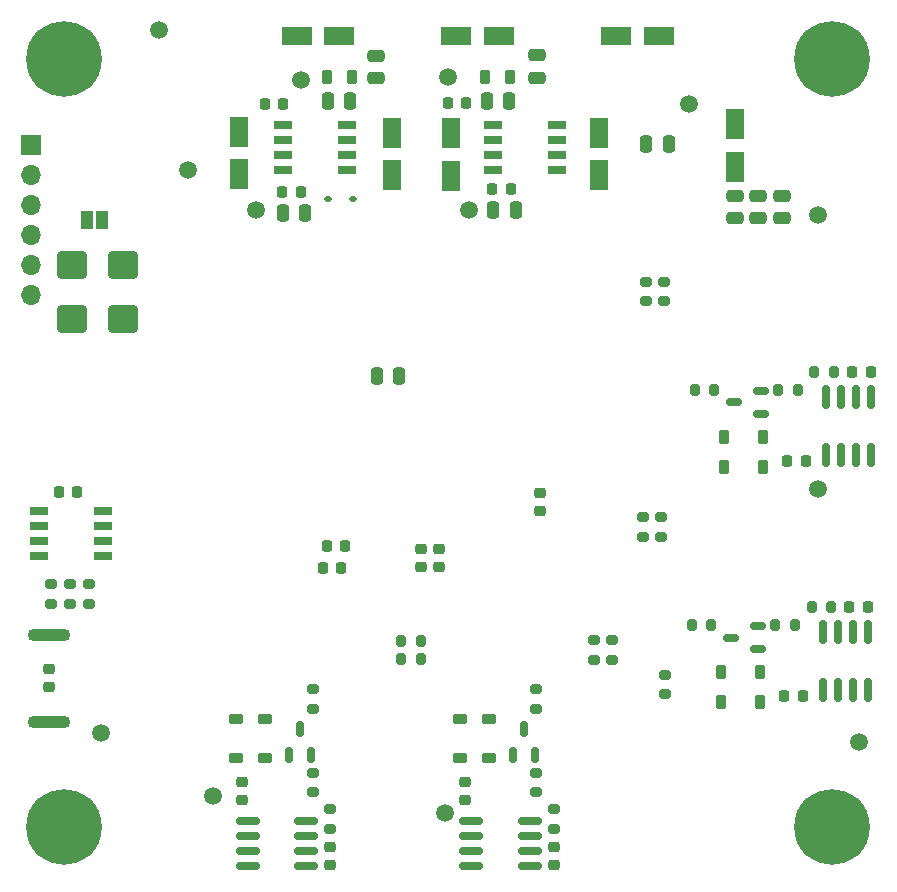
<source format=gbr>
%TF.GenerationSoftware,KiCad,Pcbnew,8.0.3*%
%TF.CreationDate,2024-09-23T16:56:10+02:00*%
%TF.ProjectId,USAN_r0,5553414e-5f72-4302-9e6b-696361645f70,rev?*%
%TF.SameCoordinates,Original*%
%TF.FileFunction,Soldermask,Bot*%
%TF.FilePolarity,Negative*%
%FSLAX46Y46*%
G04 Gerber Fmt 4.6, Leading zero omitted, Abs format (unit mm)*
G04 Created by KiCad (PCBNEW 8.0.3) date 2024-09-23 16:56:10*
%MOMM*%
%LPD*%
G01*
G04 APERTURE LIST*
G04 Aperture macros list*
%AMRoundRect*
0 Rectangle with rounded corners*
0 $1 Rounding radius*
0 $2 $3 $4 $5 $6 $7 $8 $9 X,Y pos of 4 corners*
0 Add a 4 corners polygon primitive as box body*
4,1,4,$2,$3,$4,$5,$6,$7,$8,$9,$2,$3,0*
0 Add four circle primitives for the rounded corners*
1,1,$1+$1,$2,$3*
1,1,$1+$1,$4,$5*
1,1,$1+$1,$6,$7*
1,1,$1+$1,$8,$9*
0 Add four rect primitives between the rounded corners*
20,1,$1+$1,$2,$3,$4,$5,0*
20,1,$1+$1,$4,$5,$6,$7,0*
20,1,$1+$1,$6,$7,$8,$9,0*
20,1,$1+$1,$8,$9,$2,$3,0*%
G04 Aperture macros list end*
%ADD10C,0.800000*%
%ADD11C,6.400000*%
%ADD12O,3.600000X1.100000*%
%ADD13R,1.700000X1.700000*%
%ADD14O,1.700000X1.700000*%
%ADD15C,1.500000*%
%ADD16RoundRect,0.218750X0.218750X0.381250X-0.218750X0.381250X-0.218750X-0.381250X0.218750X-0.381250X0*%
%ADD17RoundRect,0.250000X-0.250000X-0.475000X0.250000X-0.475000X0.250000X0.475000X-0.250000X0.475000X0*%
%ADD18RoundRect,0.225000X0.225000X0.250000X-0.225000X0.250000X-0.225000X-0.250000X0.225000X-0.250000X0*%
%ADD19RoundRect,0.200000X-0.275000X0.200000X-0.275000X-0.200000X0.275000X-0.200000X0.275000X0.200000X0*%
%ADD20R,1.525000X0.650000*%
%ADD21RoundRect,0.250000X0.475000X-0.250000X0.475000X0.250000X-0.475000X0.250000X-0.475000X-0.250000X0*%
%ADD22RoundRect,0.150000X0.825000X0.150000X-0.825000X0.150000X-0.825000X-0.150000X0.825000X-0.150000X0*%
%ADD23RoundRect,0.200000X0.200000X0.275000X-0.200000X0.275000X-0.200000X-0.275000X0.200000X-0.275000X0*%
%ADD24RoundRect,0.250000X-1.050000X-0.550000X1.050000X-0.550000X1.050000X0.550000X-1.050000X0.550000X0*%
%ADD25RoundRect,0.225000X-0.225000X-0.250000X0.225000X-0.250000X0.225000X0.250000X-0.225000X0.250000X0*%
%ADD26RoundRect,0.150000X0.150000X-0.512500X0.150000X0.512500X-0.150000X0.512500X-0.150000X-0.512500X0*%
%ADD27RoundRect,0.225000X0.225000X0.375000X-0.225000X0.375000X-0.225000X-0.375000X0.225000X-0.375000X0*%
%ADD28RoundRect,0.200000X0.275000X-0.200000X0.275000X0.200000X-0.275000X0.200000X-0.275000X-0.200000X0*%
%ADD29RoundRect,0.250000X-0.550000X1.050000X-0.550000X-1.050000X0.550000X-1.050000X0.550000X1.050000X0*%
%ADD30RoundRect,0.225000X-0.375000X0.225000X-0.375000X-0.225000X0.375000X-0.225000X0.375000X0.225000X0*%
%ADD31RoundRect,0.250000X0.250000X0.475000X-0.250000X0.475000X-0.250000X-0.475000X0.250000X-0.475000X0*%
%ADD32RoundRect,0.200000X-0.200000X-0.275000X0.200000X-0.275000X0.200000X0.275000X-0.200000X0.275000X0*%
%ADD33RoundRect,0.150000X-0.150000X0.825000X-0.150000X-0.825000X0.150000X-0.825000X0.150000X0.825000X0*%
%ADD34RoundRect,0.225000X-0.250000X0.225000X-0.250000X-0.225000X0.250000X-0.225000X0.250000X0.225000X0*%
%ADD35RoundRect,0.112500X0.187500X0.112500X-0.187500X0.112500X-0.187500X-0.112500X0.187500X-0.112500X0*%
%ADD36RoundRect,0.250000X1.000000X0.900000X-1.000000X0.900000X-1.000000X-0.900000X1.000000X-0.900000X0*%
%ADD37RoundRect,0.225000X0.250000X-0.225000X0.250000X0.225000X-0.250000X0.225000X-0.250000X-0.225000X0*%
%ADD38RoundRect,0.225000X0.375000X-0.225000X0.375000X0.225000X-0.375000X0.225000X-0.375000X-0.225000X0*%
%ADD39RoundRect,0.150000X0.512500X0.150000X-0.512500X0.150000X-0.512500X-0.150000X0.512500X-0.150000X0*%
%ADD40R,1.000000X1.500000*%
%ADD41RoundRect,0.225000X-0.225000X-0.375000X0.225000X-0.375000X0.225000X0.375000X-0.225000X0.375000X0*%
G04 APERTURE END LIST*
D10*
%TO.C,H3*%
X120000000Y-117600000D03*
X121697056Y-118302944D03*
X118302944Y-118302944D03*
X122400000Y-120000000D03*
D11*
X120000000Y-120000000D03*
D10*
X117600000Y-120000000D03*
X121697056Y-121697056D03*
X118302944Y-121697056D03*
X120000000Y-122400000D03*
%TD*%
%TO.C,H4*%
X117600000Y-55000000D03*
X118302944Y-53302944D03*
X118302944Y-56697056D03*
X120000000Y-52600000D03*
D11*
X120000000Y-55000000D03*
D10*
X120000000Y-57400000D03*
X121697056Y-53302944D03*
X121697056Y-56697056D03*
X122400000Y-55000000D03*
%TD*%
D12*
%TO.C,J1*%
X53662500Y-103775000D03*
X53662500Y-111075000D03*
%TD*%
D13*
%TO.C,IN1*%
X52200000Y-62220000D03*
D14*
X52200000Y-64760000D03*
X52200000Y-67300000D03*
X52200000Y-69840000D03*
X52200000Y-72380000D03*
X52200000Y-74920000D03*
%TD*%
D10*
%TO.C,H2*%
X52600000Y-120000000D03*
X53302944Y-118302944D03*
X53302944Y-121697056D03*
X55000000Y-117600000D03*
D11*
X55000000Y-120000000D03*
D10*
X55000000Y-122400000D03*
X56697056Y-118302944D03*
X56697056Y-121697056D03*
X57400000Y-120000000D03*
%TD*%
%TO.C,H1*%
X52600000Y-55000000D03*
X53302944Y-53302944D03*
X53302944Y-56697056D03*
X55000000Y-52600000D03*
D11*
X55000000Y-55000000D03*
D10*
X55000000Y-57400000D03*
X56697056Y-53302944D03*
X56697056Y-56697056D03*
X57400000Y-55000000D03*
%TD*%
D15*
%TO.C,T_GND1*%
X65500000Y-64400000D03*
%TD*%
D16*
%TO.C,L1*%
X79312500Y-56500000D03*
X77187500Y-56500000D03*
%TD*%
D17*
%TO.C,C66*%
X73500000Y-68000000D03*
X75400000Y-68000000D03*
%TD*%
D18*
%TO.C,C74*%
X73525000Y-58750000D03*
X71975000Y-58750000D03*
%TD*%
D19*
%TO.C,R64*%
X76000001Y-108350000D03*
X76000001Y-110000000D03*
%TD*%
D17*
%TO.C,C67*%
X91300000Y-67750000D03*
X93200000Y-67750000D03*
%TD*%
D20*
%TO.C,IC5*%
X58261500Y-93200000D03*
X58261500Y-94470000D03*
X58261500Y-95740000D03*
X58261500Y-97010000D03*
X52837500Y-97010000D03*
X52837500Y-95740000D03*
X52837500Y-94470000D03*
X52837500Y-93200000D03*
%TD*%
D19*
%TO.C,R25*%
X105499999Y-93760001D03*
X105499999Y-95410001D03*
%TD*%
D21*
%TO.C,C2*%
X81400000Y-56600000D03*
X81400000Y-54700000D03*
%TD*%
D15*
%TO.C,T_12V1*%
X75000000Y-56750000D03*
%TD*%
D19*
%TO.C,R49*%
X105850000Y-107100000D03*
X105850000Y-108750000D03*
%TD*%
D17*
%TO.C,C3*%
X77300000Y-58500000D03*
X79200000Y-58500000D03*
%TD*%
D22*
%TO.C,U5*%
X75450001Y-119460000D03*
X75450001Y-120730000D03*
X75450001Y-122000000D03*
X75450001Y-123270000D03*
X70500001Y-123270000D03*
X70500001Y-122000000D03*
X70500001Y-120730000D03*
X70500001Y-119460000D03*
%TD*%
D23*
%TO.C,R77*%
X85150000Y-104249999D03*
X83500000Y-104249999D03*
%TD*%
D24*
%TO.C,C7*%
X101700000Y-53000000D03*
X105300000Y-53000000D03*
%TD*%
D19*
%TO.C,R59*%
X94950001Y-115425000D03*
X94950001Y-117075000D03*
%TD*%
D24*
%TO.C,C4*%
X88150000Y-53000000D03*
X91750000Y-53000000D03*
%TD*%
D25*
%TO.C,C72*%
X91225000Y-66000000D03*
X92775000Y-66000000D03*
%TD*%
D26*
%TO.C,Q9*%
X75905001Y-113937500D03*
X74005001Y-113937500D03*
X74955001Y-111662500D03*
%TD*%
D15*
%TO.C,T_V_ADJ1*%
X118800000Y-68200000D03*
%TD*%
%TO.C,T_-5V1*%
X89250000Y-67750000D03*
%TD*%
D27*
%TO.C,D9*%
X113900000Y-109410000D03*
X110600000Y-109410000D03*
%TD*%
D28*
%TO.C,R50*%
X96450001Y-120150000D03*
X96450001Y-118500000D03*
%TD*%
D21*
%TO.C,C5*%
X95000000Y-56550000D03*
X95000000Y-54650000D03*
%TD*%
D29*
%TO.C,C10*%
X69750000Y-61150000D03*
X69750000Y-64750000D03*
%TD*%
D25*
%TO.C,C57*%
X121450000Y-101410000D03*
X123000000Y-101410000D03*
%TD*%
D19*
%TO.C,R75*%
X104250000Y-73850000D03*
X104250000Y-75500000D03*
%TD*%
D30*
%TO.C,D16*%
X90950001Y-110850000D03*
X90950001Y-114150000D03*
%TD*%
D31*
%TO.C,C8*%
X106150000Y-62200000D03*
X104250000Y-62200000D03*
%TD*%
D32*
%TO.C,R18*%
X108350000Y-83000000D03*
X110000000Y-83000000D03*
%TD*%
D33*
%TO.C,U4*%
X119210000Y-103460000D03*
X120480000Y-103460000D03*
X121750000Y-103460000D03*
X123020000Y-103460000D03*
X123020000Y-108410000D03*
X121750000Y-108410000D03*
X120480000Y-108410000D03*
X119210000Y-108410000D03*
%TD*%
D29*
%TO.C,C11*%
X82750000Y-61200000D03*
X82750000Y-64800000D03*
%TD*%
D34*
%TO.C,C53*%
X53662500Y-106625000D03*
X53662500Y-108175000D03*
%TD*%
D19*
%TO.C,R74*%
X57037500Y-99428750D03*
X57037500Y-101078750D03*
%TD*%
D23*
%TO.C,R39*%
X85150000Y-105749999D03*
X83500000Y-105749999D03*
%TD*%
D35*
%TO.C,D25*%
X79450000Y-66800000D03*
X77350000Y-66800000D03*
%TD*%
D15*
%TO.C,T_24V1*%
X63000000Y-52500000D03*
%TD*%
%TO.C,T_GND4*%
X67600000Y-117400000D03*
%TD*%
%TO.C,T_5V1*%
X87500000Y-56500000D03*
%TD*%
D25*
%TO.C,C33*%
X76900000Y-98100000D03*
X78450000Y-98100000D03*
%TD*%
D36*
%TO.C,D22*%
X59950000Y-72400000D03*
X55650000Y-72400000D03*
%TD*%
D15*
%TO.C,T_GND5*%
X87200000Y-118800000D03*
%TD*%
D25*
%TO.C,C47*%
X116200000Y-89000000D03*
X117750000Y-89000000D03*
%TD*%
D26*
%TO.C,Q12*%
X94855001Y-113937500D03*
X92955001Y-113937500D03*
X93905001Y-111662500D03*
%TD*%
D29*
%TO.C,C12*%
X100250000Y-61200000D03*
X100250000Y-64800000D03*
%TD*%
D24*
%TO.C,C1*%
X74650000Y-53000000D03*
X78250000Y-53000000D03*
%TD*%
D17*
%TO.C,C6*%
X90750000Y-58500000D03*
X92650000Y-58500000D03*
%TD*%
D37*
%TO.C,C81*%
X95300000Y-93250000D03*
X95300000Y-91700000D03*
%TD*%
D38*
%TO.C,D17*%
X88450001Y-114150000D03*
X88450001Y-110850000D03*
%TD*%
D15*
%TO.C,T_-12V1*%
X71250000Y-67750000D03*
%TD*%
D32*
%TO.C,R63*%
X108100000Y-102910000D03*
X109750000Y-102910000D03*
%TD*%
D25*
%TO.C,C49*%
X121700000Y-81500000D03*
X123250000Y-81500000D03*
%TD*%
D34*
%TO.C,C65*%
X96450001Y-121700000D03*
X96450001Y-123250000D03*
%TD*%
D30*
%TO.C,D12*%
X72000001Y-110850000D03*
X72000001Y-114150000D03*
%TD*%
D15*
%TO.C,T_Analog1*%
X118800000Y-91400000D03*
%TD*%
D19*
%TO.C,R73*%
X53837500Y-99428750D03*
X53837500Y-101078750D03*
%TD*%
D36*
%TO.C,D23*%
X59950000Y-77000000D03*
X55650000Y-77000000D03*
%TD*%
D32*
%TO.C,R12*%
X115425000Y-83000000D03*
X117075000Y-83000000D03*
%TD*%
D19*
%TO.C,R53*%
X101350000Y-104175000D03*
X101350000Y-105825000D03*
%TD*%
D34*
%TO.C,C60*%
X70000001Y-116200000D03*
X70000001Y-117750000D03*
%TD*%
D15*
%TO.C,T_3V3*%
X107900000Y-58800000D03*
%TD*%
D39*
%TO.C,Q3*%
X113937500Y-83095000D03*
X113937500Y-84995000D03*
X111662500Y-84045000D03*
%TD*%
D25*
%TO.C,C42*%
X77200000Y-96200000D03*
X78750000Y-96200000D03*
%TD*%
D40*
%TO.C,GND_CONN1*%
X56900000Y-68600000D03*
X58200000Y-68600000D03*
%TD*%
D21*
%TO.C,C70*%
X111750000Y-68450000D03*
X111750000Y-66550000D03*
%TD*%
D19*
%TO.C,R45*%
X76000001Y-115425000D03*
X76000001Y-117075000D03*
%TD*%
D41*
%TO.C,D4*%
X110850000Y-87000000D03*
X114150000Y-87000000D03*
%TD*%
D23*
%TO.C,R14*%
X120150000Y-81500000D03*
X118500000Y-81500000D03*
%TD*%
D15*
%TO.C,T_GND3*%
X122300000Y-112800000D03*
%TD*%
D38*
%TO.C,D13*%
X69500001Y-114150000D03*
X69500001Y-110850000D03*
%TD*%
D20*
%TO.C,IC2*%
X96712000Y-60595000D03*
X96712000Y-61865000D03*
X96712000Y-63135000D03*
X96712000Y-64405000D03*
X91288000Y-64405000D03*
X91288000Y-63135000D03*
X91288000Y-61865000D03*
X91288000Y-60595000D03*
%TD*%
D28*
%TO.C,R36*%
X77500001Y-120150000D03*
X77500001Y-118500000D03*
%TD*%
D25*
%TO.C,C56*%
X115950000Y-108910000D03*
X117500000Y-108910000D03*
%TD*%
D21*
%TO.C,C69*%
X115750000Y-68450000D03*
X115750000Y-66550000D03*
%TD*%
D17*
%TO.C,C45*%
X81450000Y-81800000D03*
X83350000Y-81800000D03*
%TD*%
D29*
%TO.C,C9*%
X111750000Y-60500000D03*
X111750000Y-64100000D03*
%TD*%
D41*
%TO.C,D8*%
X110600000Y-106910000D03*
X113900000Y-106910000D03*
%TD*%
D19*
%TO.C,R3*%
X105750000Y-73850000D03*
X105750000Y-75500000D03*
%TD*%
%TO.C,R65*%
X94950001Y-108350000D03*
X94950001Y-110000000D03*
%TD*%
D25*
%TO.C,C73*%
X73450000Y-66250000D03*
X75000000Y-66250000D03*
%TD*%
D34*
%TO.C,C27*%
X86700000Y-96425000D03*
X86700000Y-97975000D03*
%TD*%
%TO.C,C61*%
X77500001Y-121700000D03*
X77500001Y-123250000D03*
%TD*%
D19*
%TO.C,R78*%
X99850000Y-104175000D03*
X99850000Y-105825000D03*
%TD*%
D22*
%TO.C,U6*%
X94400001Y-119460000D03*
X94400001Y-120730000D03*
X94400001Y-122000000D03*
X94400001Y-123270000D03*
X89450001Y-123270000D03*
X89450001Y-122000000D03*
X89450001Y-120730000D03*
X89450001Y-119460000D03*
%TD*%
D28*
%TO.C,R72*%
X55437500Y-101078750D03*
X55437500Y-99428750D03*
%TD*%
D20*
%TO.C,IC1*%
X78962000Y-60595000D03*
X78962000Y-61865000D03*
X78962000Y-63135000D03*
X78962000Y-64405000D03*
X73538000Y-64405000D03*
X73538000Y-63135000D03*
X73538000Y-61865000D03*
X73538000Y-60595000D03*
%TD*%
D15*
%TO.C,T_GND6*%
X58062500Y-112025000D03*
%TD*%
D19*
%TO.C,R76*%
X103999999Y-93760001D03*
X103999999Y-95410001D03*
%TD*%
D18*
%TO.C,C46*%
X56050000Y-91600000D03*
X54500000Y-91600000D03*
%TD*%
D34*
%TO.C,C52*%
X85200000Y-96425000D03*
X85200000Y-97975000D03*
%TD*%
D23*
%TO.C,R22*%
X119900000Y-101410000D03*
X118250000Y-101410000D03*
%TD*%
D25*
%TO.C,C71*%
X87450000Y-58715000D03*
X89000000Y-58715000D03*
%TD*%
D29*
%TO.C,C13*%
X87750000Y-61250000D03*
X87750000Y-64850000D03*
%TD*%
D33*
%TO.C,U3*%
X119460000Y-83550000D03*
X120730000Y-83550000D03*
X122000000Y-83550000D03*
X123270000Y-83550000D03*
X123270000Y-88500000D03*
X122000000Y-88500000D03*
X120730000Y-88500000D03*
X119460000Y-88500000D03*
%TD*%
D16*
%TO.C,L2*%
X92750000Y-56500000D03*
X90625000Y-56500000D03*
%TD*%
D27*
%TO.C,D5*%
X114150000Y-89500000D03*
X110850000Y-89500000D03*
%TD*%
D34*
%TO.C,C64*%
X88950001Y-116200000D03*
X88950001Y-117750000D03*
%TD*%
D39*
%TO.C,Q6*%
X113687500Y-103005000D03*
X113687500Y-104905000D03*
X111412500Y-103955000D03*
%TD*%
D32*
%TO.C,R31*%
X115175000Y-102910000D03*
X116825000Y-102910000D03*
%TD*%
D21*
%TO.C,C85*%
X113750000Y-68450000D03*
X113750000Y-66550000D03*
%TD*%
M02*

</source>
